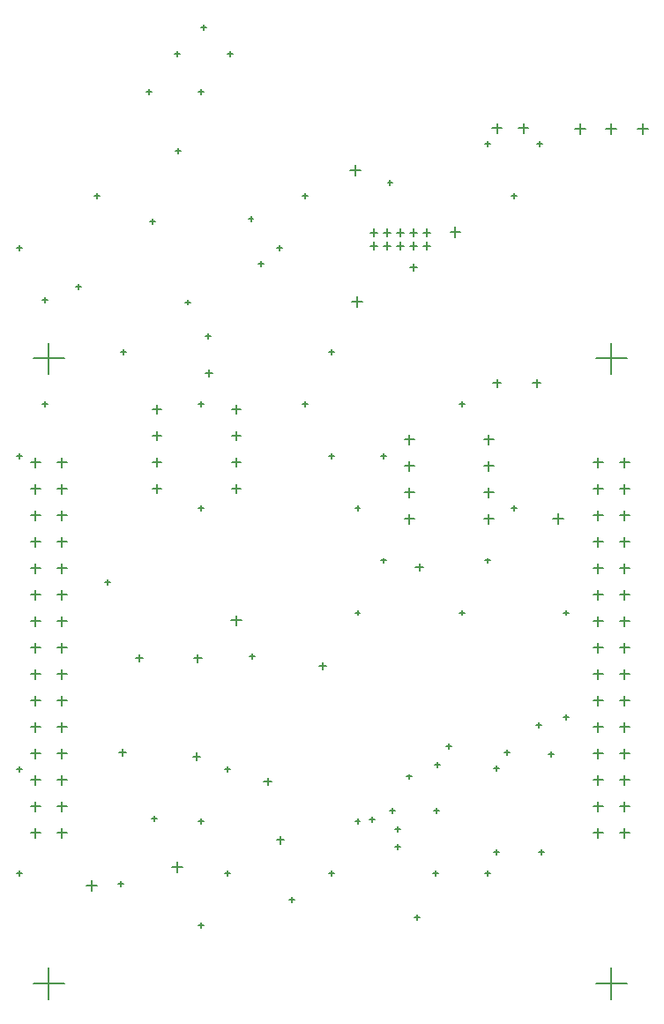
<source format=gbr>
G04 Layer_Color=128*
%FSLAX26Y26*%
%MOIN*%
%TF.FileFunction,Drillmap*%
%TF.Part,Single*%
G01*
G75*
%TA.AperFunction,NonConductor*%
%ADD59C,0.005000*%
D59*
X-936716Y-643002D02*
X-901284D01*
X-919000Y-660718D02*
Y-625285D01*
X-936716Y-743002D02*
X-901284D01*
X-919000Y-760718D02*
Y-725285D01*
X-936716Y-843002D02*
X-901284D01*
X-919000Y-860718D02*
Y-825285D01*
X-936716Y-943002D02*
X-901284D01*
X-919000Y-960718D02*
Y-925285D01*
X-636716Y-643002D02*
X-601284D01*
X-619000Y-660718D02*
Y-625285D01*
X-636716Y-743002D02*
X-601284D01*
X-619000Y-760718D02*
Y-725285D01*
X-636716Y-843002D02*
X-601284D01*
X-619000Y-860718D02*
Y-825285D01*
X-636716Y-943002D02*
X-601284D01*
X-619000Y-960718D02*
Y-925285D01*
X-114000Y-25000D02*
X-86000D01*
X-100000Y-39000D02*
Y-11000D01*
X-114000Y25000D02*
X-86000D01*
X-100000Y11000D02*
Y39000D01*
X-64000Y-25000D02*
X-36000D01*
X-50000Y-39000D02*
Y-11000D01*
X-64000Y25000D02*
X-36000D01*
X-50000Y11000D02*
Y39000D01*
X-14000Y-25000D02*
X14000D01*
X0Y-39000D02*
Y-11000D01*
X-14000Y25000D02*
X14000D01*
X0Y11000D02*
Y39000D01*
X36000Y-25000D02*
X64000D01*
X50000Y-39000D02*
Y-11000D01*
X36000Y25000D02*
X64000D01*
X50000Y11000D02*
Y39000D01*
X86000Y-25000D02*
X114000D01*
X100000Y-39000D02*
Y-11000D01*
X86000Y25000D02*
X114000D01*
X100000Y11000D02*
Y39000D01*
X739409Y-450316D02*
X857519D01*
X798464Y-509371D02*
Y-391261D01*
X-1386575Y-450316D02*
X-1268465D01*
X-1327520Y-509371D02*
Y-391261D01*
X739409Y-2812522D02*
X857519D01*
X798464Y-2871577D02*
Y-2753467D01*
X-1386575Y-2812522D02*
X-1268465D01*
X-1327520Y-2871577D02*
Y-2753467D01*
X318000Y-1057592D02*
X353433D01*
X335716Y-1075309D02*
Y-1039876D01*
X318000Y-957592D02*
X353433D01*
X335716Y-975308D02*
Y-939875D01*
X318000Y-857592D02*
X353433D01*
X335716Y-875308D02*
Y-839875D01*
X318000Y-757592D02*
X353433D01*
X335716Y-775308D02*
Y-739875D01*
X18000Y-1057592D02*
X53432D01*
X35716Y-1075309D02*
Y-1039876D01*
X18000Y-957592D02*
X53432D01*
X35716Y-975308D02*
Y-939875D01*
X18000Y-857592D02*
X53432D01*
X35716Y-875308D02*
Y-839875D01*
X18000Y-757592D02*
X53432D01*
X35716Y-775308D02*
Y-739875D01*
X-751000Y798998D02*
X-731000D01*
X-741000Y788998D02*
Y808998D01*
X-651000Y698998D02*
X-631000D01*
X-641000Y688998D02*
Y708998D01*
X-851000Y698998D02*
X-831000D01*
X-841000Y688998D02*
Y708998D01*
X351536Y-543900D02*
X381536D01*
X366536Y-558900D02*
Y-528900D01*
X501142Y-543900D02*
X531142D01*
X516142Y-558900D02*
Y-528900D01*
X349087Y419998D02*
X384913D01*
X367000Y402085D02*
Y437911D01*
X449087Y419998D02*
X484913D01*
X467000Y402085D02*
Y437911D01*
X-1295532Y-2244018D02*
X-1259508D01*
X-1277520Y-2262030D02*
Y-2226006D01*
X-1295532Y-2144018D02*
X-1259508D01*
X-1277520Y-2162030D02*
Y-2126006D01*
X-1295532Y-2044018D02*
X-1259508D01*
X-1277520Y-2062030D02*
Y-2026006D01*
X-1295532Y-1944018D02*
X-1259508D01*
X-1277520Y-1962030D02*
Y-1926006D01*
X-1295532Y-1844018D02*
X-1259508D01*
X-1277520Y-1862030D02*
Y-1826006D01*
X-1295532Y-1744018D02*
X-1259508D01*
X-1277520Y-1762030D02*
Y-1726006D01*
X-1295532Y-1644018D02*
X-1259508D01*
X-1277520Y-1662030D02*
Y-1626006D01*
X-1295532Y-1544018D02*
X-1259508D01*
X-1277520Y-1562030D02*
Y-1526006D01*
X-1295532Y-1444018D02*
X-1259508D01*
X-1277520Y-1462030D02*
Y-1426006D01*
X-1295532Y-1344018D02*
X-1259508D01*
X-1277520Y-1362030D02*
Y-1326006D01*
X-1295532Y-1244018D02*
X-1259508D01*
X-1277520Y-1262030D02*
Y-1226006D01*
X-1295532Y-1144018D02*
X-1259508D01*
X-1277520Y-1162030D02*
Y-1126006D01*
X-1295532Y-1044018D02*
X-1259508D01*
X-1277520Y-1062030D02*
Y-1026006D01*
X-1295532Y-944018D02*
X-1259508D01*
X-1277520Y-962030D02*
Y-926006D01*
X-1295532Y-844018D02*
X-1259508D01*
X-1277520Y-862030D02*
Y-826006D01*
X-1395532Y-2244018D02*
X-1359508D01*
X-1377520Y-2262030D02*
Y-2226006D01*
X-1395532Y-2144018D02*
X-1359508D01*
X-1377520Y-2162030D02*
Y-2126006D01*
X-1395532Y-2044018D02*
X-1359508D01*
X-1377520Y-2062030D02*
Y-2026006D01*
X-1395532Y-1944018D02*
X-1359508D01*
X-1377520Y-1962030D02*
Y-1926006D01*
X-1395532Y-1844018D02*
X-1359508D01*
X-1377520Y-1862030D02*
Y-1826006D01*
X-1395532Y-1744018D02*
X-1359508D01*
X-1377520Y-1762030D02*
Y-1726006D01*
X-1395532Y-1644018D02*
X-1359508D01*
X-1377520Y-1662030D02*
Y-1626006D01*
X-1395532Y-1544018D02*
X-1359508D01*
X-1377520Y-1562030D02*
Y-1526006D01*
X-1395532Y-1444018D02*
X-1359508D01*
X-1377520Y-1462030D02*
Y-1426006D01*
X-1395532Y-1344018D02*
X-1359508D01*
X-1377520Y-1362030D02*
Y-1326006D01*
X-1395532Y-1244018D02*
X-1359508D01*
X-1377520Y-1262030D02*
Y-1226006D01*
X-1395532Y-1144018D02*
X-1359508D01*
X-1377520Y-1162030D02*
Y-1126006D01*
X-1395532Y-1044018D02*
X-1359508D01*
X-1377520Y-1062030D02*
Y-1026006D01*
X-1395532Y-944018D02*
X-1359508D01*
X-1377520Y-962030D02*
Y-926006D01*
X-1395532Y-844018D02*
X-1359508D01*
X-1377520Y-862030D02*
Y-826006D01*
X730452Y-844018D02*
X766476D01*
X748464Y-862030D02*
Y-826006D01*
X730452Y-944018D02*
X766476D01*
X748464Y-962030D02*
Y-926006D01*
X730452Y-1044018D02*
X766476D01*
X748464Y-1062030D02*
Y-1026006D01*
X730452Y-1144018D02*
X766476D01*
X748464Y-1162030D02*
Y-1126006D01*
X730452Y-1244018D02*
X766476D01*
X748464Y-1262030D02*
Y-1226006D01*
X730452Y-1344018D02*
X766476D01*
X748464Y-1362030D02*
Y-1326006D01*
X730452Y-1444018D02*
X766476D01*
X748464Y-1462030D02*
Y-1426006D01*
X730452Y-1544018D02*
X766476D01*
X748464Y-1562030D02*
Y-1526006D01*
X730452Y-1644018D02*
X766476D01*
X748464Y-1662030D02*
Y-1626006D01*
X730452Y-1744018D02*
X766476D01*
X748464Y-1762030D02*
Y-1726006D01*
X730452Y-1844018D02*
X766476D01*
X748464Y-1862030D02*
Y-1826006D01*
X730452Y-1944018D02*
X766476D01*
X748464Y-1962030D02*
Y-1926006D01*
X730452Y-2044018D02*
X766476D01*
X748464Y-2062030D02*
Y-2026006D01*
X730452Y-2144018D02*
X766476D01*
X748464Y-2162030D02*
Y-2126006D01*
X730452Y-2244018D02*
X766476D01*
X748464Y-2262030D02*
Y-2226006D01*
X830452Y-844018D02*
X866476D01*
X848464Y-862030D02*
Y-826006D01*
X830452Y-944018D02*
X866476D01*
X848464Y-962030D02*
Y-926006D01*
X830452Y-1044018D02*
X866476D01*
X848464Y-1062030D02*
Y-1026006D01*
X830452Y-1144018D02*
X866476D01*
X848464Y-1162030D02*
Y-1126006D01*
X830452Y-1244018D02*
X866476D01*
X848464Y-1262030D02*
Y-1226006D01*
X830452Y-1344018D02*
X866476D01*
X848464Y-1362030D02*
Y-1326006D01*
X830452Y-1444018D02*
X866476D01*
X848464Y-1462030D02*
Y-1426006D01*
X830452Y-1544018D02*
X866476D01*
X848464Y-1562030D02*
Y-1526006D01*
X830452Y-1644018D02*
X866476D01*
X848464Y-1662030D02*
Y-1626006D01*
X830452Y-1744018D02*
X866476D01*
X848464Y-1762030D02*
Y-1726006D01*
X830452Y-1844018D02*
X866476D01*
X848464Y-1862030D02*
Y-1826006D01*
X830452Y-1944018D02*
X866476D01*
X848464Y-1962030D02*
Y-1926006D01*
X830452Y-2044018D02*
X866476D01*
X848464Y-2062030D02*
Y-2026006D01*
X830452Y-2144018D02*
X866476D01*
X848464Y-2162030D02*
Y-2126006D01*
X830452Y-2244018D02*
X866476D01*
X848464Y-2262030D02*
Y-2226006D01*
X-181685Y-235002D02*
X-142315D01*
X-162000Y-254687D02*
Y-215317D01*
X-638684Y-1440999D02*
X-599314D01*
X-618999Y-1460684D02*
Y-1421314D01*
X189315Y26998D02*
X228685D01*
X209000Y7313D02*
Y46683D01*
X-861221Y-2372522D02*
X-821851D01*
X-841536Y-2392207D02*
Y-2352837D01*
X896889Y415824D02*
X936259D01*
X916574Y396139D02*
Y435509D01*
X778779Y415824D02*
X818149D01*
X798464Y396139D02*
Y435509D01*
X660669Y415824D02*
X700039D01*
X680354Y396139D02*
Y435509D01*
X-1186221Y-2442522D02*
X-1146851D01*
X-1166536Y-2462207D02*
Y-2422837D01*
X-189685Y260998D02*
X-150315D01*
X-170000Y241313D02*
Y280683D01*
X578779Y-1057522D02*
X618149D01*
X598464Y-1077207D02*
Y-1037837D01*
X-1000000Y-1582000D02*
X-972000D01*
X-986000Y-1596000D02*
Y-1568000D01*
X130157Y-1985000D02*
X149843D01*
X140000Y-1994842D02*
Y-1975158D01*
X-19843Y-2295000D02*
X-158D01*
X-10000Y-2304843D02*
Y-2285157D01*
X355158Y-2315000D02*
X374842D01*
X365000Y-2324843D02*
Y-2305157D01*
X-1064000Y-1940000D02*
X-1036000D01*
X-1050000Y-1954000D02*
Y-1926000D01*
X518386Y360354D02*
X538071D01*
X528228Y350512D02*
Y370197D01*
X616811Y-1411299D02*
X636496D01*
X626654Y-1421142D02*
Y-1401457D01*
X616811Y-1805000D02*
X636496D01*
X626654Y-1814842D02*
Y-1795158D01*
X321536Y360354D02*
X341221D01*
X331378Y350512D02*
Y370197D01*
X419961Y163504D02*
X439646D01*
X429803Y153661D02*
Y173346D01*
X419961Y-1017598D02*
X439646D01*
X429803Y-1027441D02*
Y-1007756D01*
X321536Y-1214449D02*
X341221D01*
X331378Y-1224291D02*
Y-1204606D01*
X321536Y-2395551D02*
X341221D01*
X331378Y-2405394D02*
Y-2385709D01*
X223110Y-623898D02*
X242795D01*
X232953Y-633740D02*
Y-614055D01*
X223110Y-1411299D02*
X242795D01*
X232953Y-1421142D02*
Y-1401457D01*
X124685Y-2395551D02*
X144370D01*
X134528Y-2405394D02*
Y-2385709D01*
X-72165Y-820748D02*
X-52480D01*
X-62323Y-830591D02*
Y-810905D01*
X-72165Y-1214449D02*
X-52480D01*
X-62323Y-1224291D02*
Y-1204606D01*
X-269016Y-427047D02*
X-249331D01*
X-259173Y-436890D02*
Y-417205D01*
X-269016Y-820748D02*
X-249331D01*
X-259173Y-830591D02*
Y-810905D01*
X-170590Y-1017598D02*
X-150905D01*
X-160748Y-1027441D02*
Y-1007756D01*
X-170590Y-1411299D02*
X-150905D01*
X-160748Y-1421142D02*
Y-1401457D01*
X-170590Y-2198701D02*
X-150905D01*
X-160748Y-2208543D02*
Y-2188858D01*
X-269016Y-2395551D02*
X-249331D01*
X-259173Y-2405394D02*
Y-2385709D01*
X-367441Y163504D02*
X-347756D01*
X-357598Y153661D02*
Y173346D01*
X-465866Y-33346D02*
X-446181D01*
X-456024Y-43189D02*
Y-23504D01*
X-367441Y-623898D02*
X-347756D01*
X-357598Y-633740D02*
Y-614055D01*
X-662716Y-2001850D02*
X-643032D01*
X-652874Y-2011693D02*
Y-1992008D01*
X-662716Y-2395551D02*
X-643032D01*
X-652874Y-2405394D02*
Y-2385709D01*
X-761142Y557205D02*
X-741457D01*
X-751299Y547362D02*
Y567047D01*
X-761142Y-623898D02*
X-741457D01*
X-751299Y-633740D02*
Y-614055D01*
X-761142Y-1017598D02*
X-741457D01*
X-751299Y-1027441D02*
Y-1007756D01*
X-761142Y-2198701D02*
X-741457D01*
X-751299Y-2208543D02*
Y-2188858D01*
X-761142Y-2592402D02*
X-741457D01*
X-751299Y-2602244D02*
Y-2582559D01*
X-957992Y557205D02*
X-938307D01*
X-948150Y547362D02*
Y567047D01*
X-1056417Y-427047D02*
X-1036732D01*
X-1046575Y-436890D02*
Y-417205D01*
X-1154842Y163504D02*
X-1135158D01*
X-1145000Y153661D02*
Y173346D01*
X-1450118Y-33346D02*
X-1430433D01*
X-1440276Y-43189D02*
Y-23504D01*
X-1351693Y-230197D02*
X-1332008D01*
X-1341850Y-240039D02*
Y-220354D01*
X-1351693Y-623898D02*
X-1332008D01*
X-1341850Y-633740D02*
Y-614055D01*
X-1450118Y-820748D02*
X-1430433D01*
X-1440276Y-830591D02*
Y-810905D01*
X-1450118Y-2001850D02*
X-1430433D01*
X-1440276Y-2011693D02*
Y-1992008D01*
X-1450118Y-2395551D02*
X-1430433D01*
X-1440276Y-2405394D02*
Y-2385709D01*
X-514110Y-2050112D02*
X-486110D01*
X-500110Y-2064112D02*
Y-2036112D01*
X-784000Y-1955000D02*
X-756000D01*
X-770000Y-1969000D02*
Y-1941000D01*
X-467308Y-2271112D02*
X-439308D01*
X-453308Y-2285112D02*
Y-2257112D01*
X-419842Y-2495000D02*
X-400158D01*
X-410000Y-2504843D02*
Y-2485157D01*
X515158Y-1835000D02*
X534842D01*
X525000Y-1844842D02*
Y-1825158D01*
X-19843Y-2230000D02*
X-158D01*
X-10000Y-2239843D02*
Y-2220157D01*
X395158Y-1940000D02*
X414842D01*
X405000Y-1949842D02*
Y-1930158D01*
X355158Y-2000000D02*
X374842D01*
X365000Y-2009842D02*
Y-1990158D01*
X-939361Y-2191042D02*
X-919676D01*
X-929518Y-2200885D02*
Y-2181200D01*
X-47337Y214998D02*
X-27651D01*
X-37494Y205155D02*
Y224840D01*
X-812842Y-238002D02*
X-793158D01*
X-803000Y-247845D02*
Y-228160D01*
X-849842Y334998D02*
X-830158D01*
X-840000Y325156D02*
Y344841D01*
X-1224842Y-180002D02*
X-1205158D01*
X-1215000Y-189845D02*
Y-170160D01*
X561851Y-1947206D02*
X581537D01*
X571694Y-1957049D02*
Y-1937363D01*
X-307306Y-1612206D02*
X-279306D01*
X-293306Y-1626206D02*
Y-1598206D01*
X24994Y-2031206D02*
X44678D01*
X34836Y-2041049D02*
Y-2021363D01*
X-568259Y-1577316D02*
X-548573D01*
X-558416Y-1587159D02*
Y-1567474D01*
X-534952Y-93892D02*
X-515268D01*
X-525110Y-103734D02*
Y-84049D01*
X-1116258Y-1295316D02*
X-1096573D01*
X-1106416Y-1305159D02*
Y-1285474D01*
X-946379Y67478D02*
X-926693D01*
X-936536Y57636D02*
Y77320D01*
X-736379Y-367522D02*
X-716693D01*
X-726536Y-377365D02*
Y-357680D01*
X-737000Y-507002D02*
X-709000D01*
X-723000Y-521002D02*
Y-493002D01*
X-778110Y-1584410D02*
X-750110D01*
X-764110Y-1598410D02*
Y-1570410D01*
X-1066379Y-2437522D02*
X-1046694D01*
X-1056536Y-2447365D02*
Y-2427680D01*
X173621Y-1917522D02*
X193306D01*
X183464Y-1927364D02*
Y-1907679D01*
X523621Y-2317522D02*
X543307D01*
X533464Y-2327365D02*
Y-2307680D01*
X53621Y-2562522D02*
X73306D01*
X63464Y-2572365D02*
Y-2552680D01*
X-38151Y-2158978D02*
X-18465D01*
X-28308Y-2168820D02*
Y-2149135D01*
X-116891Y-2194412D02*
X-97206D01*
X-107048Y-2204255D02*
Y-2184570D01*
X127204Y-2158978D02*
X146888D01*
X137046Y-2168820D02*
Y-2149135D01*
X36000Y-107040D02*
X64000D01*
X50000Y-121040D02*
Y-93040D01*
X-573842Y77000D02*
X-554158D01*
X-564000Y67157D02*
Y86843D01*
X59000Y-1240000D02*
X87000D01*
X73000Y-1254000D02*
Y-1226000D01*
%TF.MD5,504ed3ef7d83ff40c2b9a7e353635f5c*%
M02*

</source>
